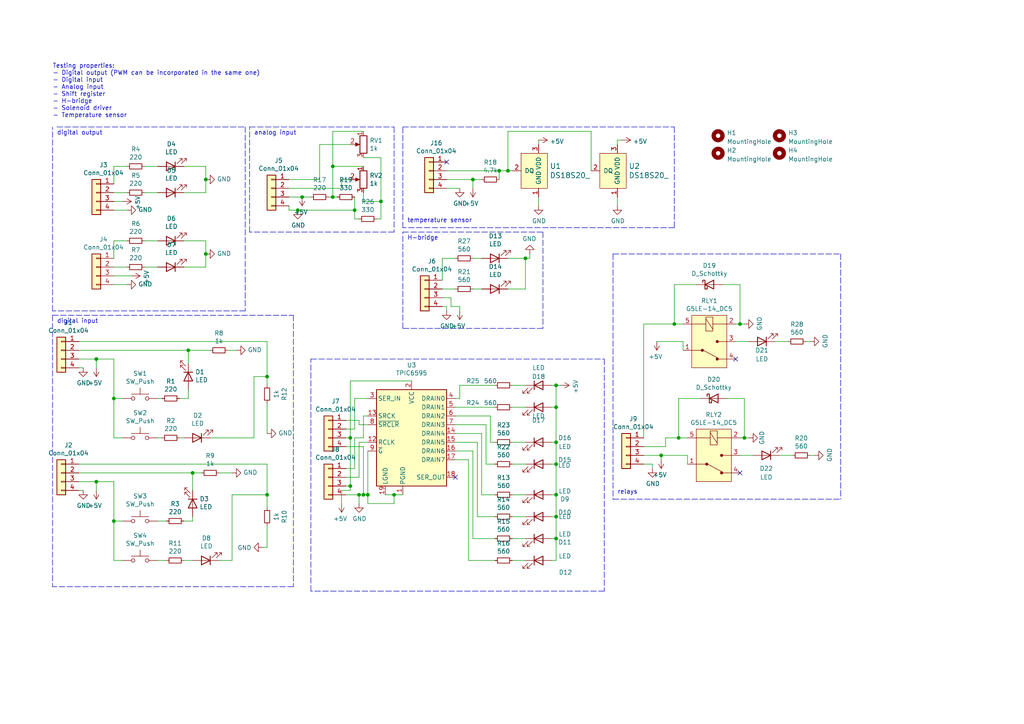
<source format=kicad_sch>
(kicad_sch (version 20211123) (generator eeschema)
  (paper "A4")
  (lib_symbols
    (symbol "Mechanical:MountingHole" (pin_names (offset 1.016))
      (property "Reference" "H" (at 0 5.08 0))
      (property "Value" "MountingHole" (at 0 3.175 0))
    )
    (symbol "testing_board-rescue:+5V-power" (power) (pin_names (offset 0))
      (property "Value" "+5V-power" (at 0 3.556 0))
      (symbol "+5V-power_1_1"
        (pin power_in line (at 0 0 90) (length 0) hide (name "+5V") (number "1"))
      )
    )
    (symbol "testing_board-rescue:Conn_01x04-Connector_Generic" (pin_names (offset 1.016) hide)
      (property "Reference" "J" (at 0 5.08 0))
      (property "Value" "Conn_01x04-Connector_Generic" (at 0 -7.62 0))
      (symbol "Conn_01x04-Connector_Generic_1_1"
        (pin passive line (at -5.08 2.54 0) (length 3.81) (name "Pin_1") (number "1"))
        (pin passive line (at -5.08 0 0) (length 3.81) (name "Pin_2") (number "2"))
        (pin passive line (at -5.08 -2.54 0) (length 3.81) (name "Pin_3") (number "3"))
        (pin passive line (at -5.08 -5.08 0) (length 3.81) (name "Pin_4") (number "4"))
      )
    )
    (symbol "testing_board-rescue:DS18S20_-dk_Temperature-Sensors-Analog-and-Digital-Output" (pin_names (offset 1.016))
      (property "Reference" "U" (at -5.08 6.35 0))
      (property "Value" "DS18S20_-dk_Temperature-Sensors-Analog-and-Digital-Output" (at 3.81 -7.62 90))
      (symbol "DS18S20_-dk_Temperature-Sensors-Analog-and-Digital-Output_1_1"
        (pin power_in line (at 0 -7.62 90) (length 2.54) (name "GND") (number "1"))
        (pin bidirectional line (at -7.62 0 0) (length 2.54) (name "DQ") (number "2"))
        (pin power_in line (at 0 7.62 270) (length 2.54) (name "VDD") (number "3"))
      )
    )
    (symbol "testing_board-rescue:D_Schottky-Device" (pin_numbers hide) (pin_names (offset 1.016) hide)
      (property "Reference" "D" (at 0 2.54 0))
      (property "Value" "D_Schottky-Device" (at 0 -2.54 0))
      (symbol "D_Schottky-Device_1_1"
        (pin passive line (at -3.81 0 0) (length 2.54) (name "K") (number "1"))
        (pin passive line (at 3.81 0 180) (length 2.54) (name "A") (number "2"))
      )
    )
    (symbol "testing_board-rescue:G5LE-14_DC5-dk_Power-Relays-Over-2-Amps" (pin_names (offset 0) hide)
      (property "Reference" "RLY" (at -8.636 6.858 0))
      (property "Value" "G5LE-14_DC5-dk_Power-Relays-Over-2-Amps" (at -8.89 5.08 90))
      (symbol "G5LE-14_DC5-dk_Power-Relays-Over-2-Amps_1_1"
        (pin passive line (at 2.54 -7.62 90) (length 2.54) (name "COM") (number "1"))
        (pin passive line (at -5.08 7.62 270) (length 2.54) (name "COIL") (number "2"))
        (pin passive line (at 0 7.62 270) (length 2.54) (name "NO") (number "3"))
        (pin passive line (at 5.08 7.62 270) (length 2.54) (name "NC") (number "4"))
        (pin passive line (at -5.08 -7.62 90) (length 2.54) (name "COIL") (number "5"))
      )
    )
    (symbol "testing_board-rescue:GND-power" (power) (pin_names (offset 0))
      (property "Value" "GND-power" (at 0 -3.81 0))
      (symbol "GND-power_1_1"
        (pin power_in line (at 0 0 270) (length 0) hide (name "GND") (number "1"))
      )
    )
    (symbol "testing_board-rescue:LED-Device" (pin_numbers hide) (pin_names (offset 1.016) hide)
      (property "Reference" "D" (at 0 2.54 0))
      (property "Value" "LED-Device" (at 0 -2.54 0))
      (symbol "LED-Device_1_1"
        (pin passive line (at -3.81 0 0) (length 2.54) (name "K") (number "1"))
        (pin passive line (at 3.81 0 180) (length 2.54) (name "A") (number "2"))
      )
    )
    (symbol "testing_board-rescue:R_POT-Device" (pin_names (offset 1.016) hide)
      (property "Reference" "RV" (at -4.445 0 90))
      (property "Value" "R_POT-Device" (at -2.54 0 90))
      (symbol "R_POT-Device_1_1"
        (pin passive line (at 0 3.81 270) (length 1.27) (name "1") (number "1"))
        (pin passive line (at 3.81 0 180) (length 1.27) (name "2") (number "2"))
        (pin passive line (at 0 -3.81 90) (length 1.27) (name "3") (number "3"))
      )
    )
    (symbol "testing_board-rescue:R_Small-Device" (pin_numbers hide) (pin_names (offset 0.254) hide)
      (property "Reference" "R" (at 0.762 0.508 0))
      (property "Value" "R_Small-Device" (at 0.762 -1.016 0))
      (symbol "R_Small-Device_1_1"
        (pin passive line (at 0 2.54 270) (length 0.762) (name "~") (number "1"))
        (pin passive line (at 0 -2.54 90) (length 0.762) (name "~") (number "2"))
      )
    )
    (symbol "testing_board-rescue:SW_Push-Switch" (pin_numbers hide) (pin_names (offset 1.016) hide)
      (property "Reference" "SW" (at 1.27 2.54 0))
      (property "Value" "SW_Push-Switch" (at 0 -1.524 0))
      (symbol "SW_Push-Switch_0_1"
        (pin passive line (at -5.08 0 0) (length 2.54) (name "1") (number "1"))
        (pin passive line (at 5.08 0 180) (length 2.54) (name "2") (number "2"))
      )
    )
    (symbol "testing_board-rescue:TPIC6595-Interface_Expansion" (pin_names (offset 0.381))
      (property "Reference" "U" (at -8.89 13.97 0))
      (property "Value" "TPIC6595-Interface_Expansion" (at 6.35 13.97 0))
      (symbol "TPIC6595-Interface_Expansion_1_1"
        (pin power_in line (at -2.54 -17.78 90) (length 2.54) (name "PGND") (number "1"))
        (pin passive line (at -2.54 -17.78 90) (length 2.54) hide (name "PGND") (number "10"))
        (pin passive line (at -2.54 -17.78 90) (length 2.54) hide (name "PGND") (number "11"))
        (pin input line (at -12.7 -2.54 0) (length 2.54) (name "RCLK") (number "12"))
        (pin input line (at -12.7 5.08 0) (length 2.54) (name "SRCK") (number "13"))
        (pin open_collector line (at 12.7 0 180) (length 2.54) (name "DRAIN4") (number "14"))
        (pin open_collector line (at 12.7 -2.54 180) (length 2.54) (name "DRAIN5") (number "15"))
        (pin open_collector line (at 12.7 -5.08 180) (length 2.54) (name "DRAIN6") (number "16"))
        (pin open_collector line (at 12.7 -7.62 180) (length 2.54) (name "DRAIN7") (number "17"))
        (pin output line (at 12.7 -12.7 180) (length 2.54) (name "SER_OUT") (number "18"))
        (pin power_in line (at -7.62 -17.78 90) (length 2.54) (name "LGND") (number "19"))
        (pin power_in line (at 0 15.24 270) (length 2.54) (name "VCC") (number "2"))
        (pin passive line (at -2.54 -17.78 90) (length 2.54) hide (name "PGND") (number "20"))
        (pin input line (at -12.7 10.16 0) (length 2.54) (name "SER_IN") (number "3"))
        (pin open_collector line (at 12.7 10.16 180) (length 2.54) (name "DRAIN0") (number "4"))
        (pin open_collector line (at 12.7 7.62 180) (length 2.54) (name "DRAIN1") (number "5"))
        (pin open_collector line (at 12.7 5.08 180) (length 2.54) (name "DRAIN2") (number "6"))
        (pin open_collector line (at 12.7 2.54 180) (length 2.54) (name "DRAIN3") (number "7"))
        (pin input line (at -12.7 2.54 0) (length 2.54) (name "~{SRCLR}") (number "8"))
        (pin input line (at -12.7 -5.08 0) (length 2.54) (name "~{G}") (number "9"))
      )
    )
  )
  (junction (at 104.14 143.51))
  (junction (at 77.47 109.22))
  (junction (at 102.87 60.96))
  (junction (at 161.29 143.51))
  (junction (at 96.52 48.26))
  (junction (at 161.29 128.27))
  (junction (at 101.6 127))
  (junction (at 77.47 143.51))
  (junction (at 105.41 143.51))
  (junction (at 27.94 104.14))
  (junction (at 87.63 57.15))
  (junction (at 161.29 118.11))
  (junction (at 195.58 93.98))
  (junction (at 110.49 58.42))
  (junction (at 114.3 143.51))
  (junction (at 147.32 49.53))
  (junction (at 27.94 139.7))
  (junction (at 144.78 49.53))
  (junction (at 196.85 127))
  (junction (at 215.9 127))
  (junction (at 59.69 73.66))
  (junction (at 214.63 93.98))
  (junction (at 96.52 57.15))
  (junction (at 152.4 74.93))
  (junction (at 161.29 149.86))
  (junction (at 55.88 137.16))
  (junction (at 33.02 115.57))
  (junction (at 101.6 140.97))
  (junction (at 59.69 52.07))
  (junction (at 33.02 151.13))
  (junction (at 86.36 60.96))
  (junction (at 137.16 52.07))
  (junction (at 161.29 134.62))
  (junction (at 161.29 156.21))
  (junction (at 161.29 111.76))
  (junction (at 54.61 101.6))
  (junction (at 106.68 143.51))
  (junction (at 191.77 132.08))
  (no_connect (at 213.36 104.14))
  (no_connect (at 129.54 46.99))
  (no_connect (at 214.63 137.16))
  (no_connect (at 132.08 138.43))
  (wire (pts (xy 52.07 127) (xy 53.34 127)))
  (wire (pts (xy 180.34 40.64) (xy 179.07 40.64)))
  (wire (pts (xy 77.47 134.62) (xy 22.86 134.62)))
  (wire (pts (xy 195.58 93.98) (xy 198.12 93.98)))
  (wire (pts (xy 106.68 146.05) (xy 114.3 146.05)))
  (wire (pts (xy 46.99 127) (xy 45.72 127)))
  (wire (pts (xy 100.33 121.92) (xy 104.14 121.92)))
  (wire (pts (xy 148.59 149.86) (xy 152.4 149.86)))
  (wire (pts (xy 132.08 118.11) (xy 143.51 118.11)))
  (wire (pts (xy 33.02 58.42) (xy 35.56 58.42)))
  (wire (pts (xy 99.06 52.07) (xy 99.06 54.61)))
  (polyline (pts (xy 15.24 91.44) (xy 15.24 170.18)))
  (wire (pts (xy 142.24 128.27) (xy 143.51 128.27)))
  (wire (pts (xy 83.82 57.15) (xy 87.63 57.15)))
  (polyline (pts (xy 72.39 36.83) (xy 114.3 36.83)))
  (wire (pts (xy 148.59 118.11) (xy 152.4 118.11)))
  (wire (pts (xy 67.31 143.51) (xy 77.47 143.51)))
  (wire (pts (xy 33.02 80.01) (xy 38.1 80.01)))
  (wire (pts (xy 33.02 162.56) (xy 35.56 162.56)))
  (wire (pts (xy 147.32 38.1) (xy 171.45 38.1)))
  (polyline (pts (xy 177.8 144.78) (xy 243.84 144.78)))
  (wire (pts (xy 215.9 93.98) (xy 214.63 93.98)))
  (wire (pts (xy 22.86 142.24) (xy 24.13 142.24)))
  (wire (pts (xy 196.85 127) (xy 199.39 127)))
  (wire (pts (xy 161.29 143.51) (xy 161.29 149.86)))
  (wire (pts (xy 129.54 88.9) (xy 128.27 88.9)))
  (wire (pts (xy 160.02 156.21) (xy 161.29 156.21)))
  (wire (pts (xy 196.85 115.57) (xy 203.2 115.57)))
  (wire (pts (xy 196.85 115.57) (xy 196.85 127)))
  (wire (pts (xy 137.16 52.07) (xy 129.54 52.07)))
  (wire (pts (xy 215.9 127) (xy 214.63 127)))
  (wire (pts (xy 106.68 130.81) (xy 106.68 143.51)))
  (wire (pts (xy 132.08 130.81) (xy 137.16 130.81)))
  (wire (pts (xy 148.59 156.21) (xy 152.4 156.21)))
  (wire (pts (xy 101.6 127) (xy 101.6 140.97)))
  (wire (pts (xy 102.87 135.89) (xy 102.87 127)))
  (wire (pts (xy 186.69 129.54) (xy 193.04 129.54)))
  (wire (pts (xy 128.27 74.93) (xy 132.08 74.93)))
  (wire (pts (xy 63.5 137.16) (xy 67.31 137.16)))
  (wire (pts (xy 217.17 99.06) (xy 213.36 99.06)))
  (wire (pts (xy 189.23 134.62) (xy 189.23 135.89)))
  (wire (pts (xy 102.87 124.46) (xy 102.87 115.57)))
  (wire (pts (xy 186.69 93.98) (xy 195.58 93.98)))
  (wire (pts (xy 53.34 77.47) (xy 59.69 77.47)))
  (wire (pts (xy 147.32 49.53) (xy 148.59 49.53)))
  (polyline (pts (xy 177.8 73.66) (xy 243.84 73.66)))
  (wire (pts (xy 139.7 143.51) (xy 143.51 143.51)))
  (wire (pts (xy 156.21 57.15) (xy 156.21 59.69)))
  (polyline (pts (xy 85.09 91.44) (xy 85.09 170.18)))
  (wire (pts (xy 33.02 82.55) (xy 36.83 82.55)))
  (wire (pts (xy 59.69 77.47) (xy 59.69 73.66)))
  (wire (pts (xy 99.06 146.05) (xy 99.06 142.24)))
  (wire (pts (xy 104.14 123.19) (xy 106.68 123.19)))
  (wire (pts (xy 100.33 143.51) (xy 104.14 143.51)))
  (wire (pts (xy 161.29 111.76) (xy 162.56 111.76)))
  (wire (pts (xy 87.63 57.15) (xy 90.17 57.15)))
  (wire (pts (xy 102.87 115.57) (xy 106.68 115.57)))
  (wire (pts (xy 161.29 162.56) (xy 160.02 162.56)))
  (wire (pts (xy 77.47 99.06) (xy 22.86 99.06)))
  (wire (pts (xy 106.68 143.51) (xy 106.68 146.05)))
  (wire (pts (xy 22.86 101.6) (xy 54.61 101.6)))
  (wire (pts (xy 156.21 40.64) (xy 156.21 41.91)))
  (wire (pts (xy 33.02 60.96) (xy 36.83 60.96)))
  (wire (pts (xy 33.02 127) (xy 35.56 127)))
  (polyline (pts (xy 90.17 171.45) (xy 90.17 104.14)))
  (wire (pts (xy 33.02 53.34) (xy 33.02 48.26)))
  (wire (pts (xy 186.69 127) (xy 186.69 93.98)))
  (wire (pts (xy 53.34 69.85) (xy 59.69 69.85)))
  (wire (pts (xy 66.04 101.6) (xy 68.58 101.6)))
  (wire (pts (xy 129.54 49.53) (xy 144.78 49.53)))
  (wire (pts (xy 142.24 120.65) (xy 142.24 128.27)))
  (wire (pts (xy 59.69 69.85) (xy 59.69 73.66)))
  (wire (pts (xy 41.91 55.88) (xy 45.72 55.88)))
  (wire (pts (xy 214.63 93.98) (xy 213.36 93.98)))
  (wire (pts (xy 105.41 120.65) (xy 106.68 120.65)))
  (wire (pts (xy 95.25 57.15) (xy 96.52 57.15)))
  (wire (pts (xy 152.4 74.93) (xy 152.4 83.82)))
  (wire (pts (xy 138.43 149.86) (xy 138.43 128.27)))
  (wire (pts (xy 105.41 143.51) (xy 104.14 143.51)))
  (wire (pts (xy 218.44 132.08) (xy 214.63 132.08)))
  (wire (pts (xy 101.6 140.97) (xy 100.33 140.97)))
  (wire (pts (xy 137.16 83.82) (xy 139.7 83.82)))
  (wire (pts (xy 27.94 104.14) (xy 33.02 104.14)))
  (polyline (pts (xy 157.48 95.25) (xy 116.84 95.25)))
  (wire (pts (xy 41.91 69.85) (xy 45.72 69.85)))
  (wire (pts (xy 140.97 134.62) (xy 143.51 134.62)))
  (wire (pts (xy 144.78 49.53) (xy 147.32 49.53)))
  (wire (pts (xy 41.91 48.26) (xy 45.72 48.26)))
  (polyline (pts (xy 195.58 66.04) (xy 116.84 66.04)))
  (wire (pts (xy 135.89 162.56) (xy 135.89 133.35)))
  (wire (pts (xy 27.94 104.14) (xy 27.94 106.68)))
  (polyline (pts (xy 175.26 104.14) (xy 175.26 171.45)))
  (wire (pts (xy 73.66 109.22) (xy 73.66 127)))
  (wire (pts (xy 53.34 55.88) (xy 59.69 55.88)))
  (wire (pts (xy 130.81 88.9) (xy 133.35 88.9)))
  (wire (pts (xy 100.33 135.89) (xy 102.87 135.89)))
  (wire (pts (xy 27.94 139.7) (xy 33.02 139.7)))
  (wire (pts (xy 102.87 60.96) (xy 86.36 60.96)))
  (wire (pts (xy 67.31 162.56) (xy 67.31 143.51)))
  (wire (pts (xy 161.29 156.21) (xy 161.29 162.56)))
  (polyline (pts (xy 175.26 171.45) (xy 90.17 171.45)))
  (wire (pts (xy 22.86 104.14) (xy 27.94 104.14)))
  (wire (pts (xy 77.47 143.51) (xy 77.47 147.32)))
  (wire (pts (xy 114.3 146.05) (xy 114.3 143.51)))
  (wire (pts (xy 100.33 129.54) (xy 105.41 129.54)))
  (polyline (pts (xy 16.51 36.83) (xy 71.12 36.83)))
  (wire (pts (xy 160.02 111.76) (xy 161.29 111.76)))
  (polyline (pts (xy 195.58 36.83) (xy 195.58 66.04)))
  (wire (pts (xy 86.36 60.96) (xy 83.82 60.96)))
  (polyline (pts (xy 116.84 95.25) (xy 116.84 67.31)))
  (wire (pts (xy 33.02 48.26) (xy 36.83 48.26)))
  (wire (pts (xy 137.16 74.93) (xy 139.7 74.93)))
  (wire (pts (xy 236.22 132.08) (xy 234.95 132.08)))
  (wire (pts (xy 140.97 123.19) (xy 140.97 134.62)))
  (wire (pts (xy 133.35 88.9) (xy 133.35 90.17)))
  (polyline (pts (xy 71.12 90.17) (xy 15.24 90.17)))
  (wire (pts (xy 234.95 99.06) (xy 233.68 99.06)))
  (polyline (pts (xy 15.24 90.17) (xy 15.24 36.83)))
  (polyline (pts (xy 243.84 73.66) (xy 243.84 144.78)))
  (wire (pts (xy 228.6 99.06) (xy 224.79 99.06)))
  (wire (pts (xy 33.02 139.7) (xy 33.02 151.13)))
  (polyline (pts (xy 116.84 36.83) (xy 195.58 36.83)))
  (wire (pts (xy 198.12 99.06) (xy 198.12 101.6)))
  (wire (pts (xy 147.32 74.93) (xy 152.4 74.93)))
  (wire (pts (xy 45.72 115.57) (xy 46.99 115.57)))
  (wire (pts (xy 33.02 74.93) (xy 33.02 69.85)))
  (wire (pts (xy 22.86 137.16) (xy 55.88 137.16)))
  (wire (pts (xy 101.6 142.24) (xy 101.6 140.97)))
  (wire (pts (xy 101.6 127) (xy 101.6 110.49)))
  (wire (pts (xy 105.41 55.88) (xy 105.41 58.42)))
  (polyline (pts (xy 90.17 104.14) (xy 175.26 104.14)))
  (wire (pts (xy 45.72 151.13) (xy 48.26 151.13)))
  (wire (pts (xy 186.69 134.62) (xy 189.23 134.62)))
  (polyline (pts (xy 114.3 36.83) (xy 114.3 67.31)))
  (wire (pts (xy 214.63 82.55) (xy 214.63 93.98)))
  (wire (pts (xy 179.07 40.64) (xy 179.07 41.91)))
  (wire (pts (xy 22.86 139.7) (xy 27.94 139.7)))
  (wire (pts (xy 48.26 162.56) (xy 45.72 162.56)))
  (wire (pts (xy 96.52 57.15) (xy 97.79 57.15)))
  (wire (pts (xy 147.32 83.82) (xy 152.4 83.82)))
  (polyline (pts (xy 85.09 170.18) (xy 15.24 170.18)))
  (wire (pts (xy 171.45 38.1) (xy 171.45 49.53)))
  (wire (pts (xy 114.3 143.51) (xy 116.84 143.51)))
  (wire (pts (xy 104.14 128.27) (xy 106.68 128.27)))
  (wire (pts (xy 132.08 123.19) (xy 140.97 123.19)))
  (wire (pts (xy 143.51 149.86) (xy 138.43 149.86)))
  (wire (pts (xy 195.58 82.55) (xy 201.93 82.55)))
  (wire (pts (xy 100.33 124.46) (xy 102.87 124.46)))
  (wire (pts (xy 161.29 128.27) (xy 161.29 134.62)))
  (wire (pts (xy 77.47 134.62) (xy 77.47 143.51)))
  (wire (pts (xy 153.67 74.93) (xy 153.67 73.66)))
  (wire (pts (xy 83.82 54.61) (xy 99.06 54.61)))
  (wire (pts (xy 33.02 115.57) (xy 33.02 127)))
  (wire (pts (xy 193.04 129.54) (xy 193.04 127)))
  (wire (pts (xy 210.82 115.57) (xy 215.9 115.57)))
  (wire (pts (xy 55.88 149.86) (xy 55.88 151.13)))
  (wire (pts (xy 161.29 128.27) (xy 160.02 128.27)))
  (wire (pts (xy 138.43 128.27) (xy 132.08 128.27)))
  (wire (pts (xy 132.08 83.82) (xy 128.27 83.82)))
  (wire (pts (xy 133.35 111.76) (xy 143.51 111.76)))
  (wire (pts (xy 83.82 60.96) (xy 83.82 59.69)))
  (wire (pts (xy 104.14 143.51) (xy 104.14 146.05)))
  (wire (pts (xy 54.61 105.41) (xy 54.61 101.6)))
  (wire (pts (xy 105.41 127) (xy 105.41 120.65)))
  (wire (pts (xy 139.7 125.73) (xy 139.7 143.51)))
  (wire (pts (xy 128.27 86.36) (xy 130.81 86.36)))
  (wire (pts (xy 110.49 63.5) (xy 109.22 63.5)))
  (wire (pts (xy 104.14 138.43) (xy 104.14 128.27)))
  (wire (pts (xy 199.39 132.08) (xy 199.39 134.62)))
  (wire (pts (xy 186.69 132.08) (xy 191.77 132.08)))
  (wire (pts (xy 33.02 69.85) (xy 36.83 69.85)))
  (polyline (pts (xy 15.24 91.44) (xy 85.09 91.44)))
  (wire (pts (xy 209.55 82.55) (xy 214.63 82.55)))
  (wire (pts (xy 77.47 116.84) (xy 77.47 125.73)))
  (wire (pts (xy 22.86 106.68) (xy 24.13 106.68)))
  (polyline (pts (xy 157.48 67.31) (xy 157.48 95.25)))
  (polyline (pts (xy 177.8 73.66) (xy 177.8 144.78)))
  (wire (pts (xy 161.29 149.86) (xy 161.29 156.21)))
  (wire (pts (xy 132.08 120.65) (xy 142.24 120.65)))
  (wire (pts (xy 148.59 111.76) (xy 152.4 111.76)))
  (wire (pts (xy 148.59 162.56) (xy 152.4 162.56)))
  (wire (pts (xy 92.71 52.07) (xy 83.82 52.07)))
  (wire (pts (xy 67.31 162.56) (xy 63.5 162.56)))
  (wire (pts (xy 77.47 158.75) (xy 76.2 158.75)))
  (wire (pts (xy 101.6 110.49) (xy 119.38 110.49)))
  (wire (pts (xy 102.87 60.96) (xy 102.87 63.5)))
  (wire (pts (xy 41.91 77.47) (xy 45.72 77.47)))
  (wire (pts (xy 137.16 156.21) (xy 143.51 156.21)))
  (wire (pts (xy 55.88 162.56) (xy 53.34 162.56)))
  (wire (pts (xy 105.41 38.1) (xy 96.52 38.1)))
  (wire (pts (xy 215.9 115.57) (xy 215.9 127)))
  (polyline (pts (xy 114.3 67.31) (xy 72.39 67.31)))
  (wire (pts (xy 137.16 130.81) (xy 137.16 156.21)))
  (wire (pts (xy 60.96 127) (xy 73.66 127)))
  (wire (pts (xy 53.34 48.26) (xy 59.69 48.26)))
  (wire (pts (xy 54.61 101.6) (xy 60.96 101.6)))
  (wire (pts (xy 55.88 137.16) (xy 58.42 137.16)))
  (wire (pts (xy 100.33 138.43) (xy 104.14 138.43)))
  (wire (pts (xy 132.08 115.57) (xy 133.35 115.57)))
  (wire (pts (xy 161.29 111.76) (xy 161.29 118.11)))
  (wire (pts (xy 105.41 129.54) (xy 105.41 143.51)))
  (wire (pts (xy 137.16 54.61) (xy 137.16 52.07)))
  (wire (pts (xy 160.02 149.86) (xy 161.29 149.86)))
  (polyline (pts (xy 116.84 66.04) (xy 116.84 36.83)))
  (wire (pts (xy 101.6 52.07) (xy 99.06 52.07)))
  (wire (pts (xy 135.89 133.35) (xy 132.08 133.35)))
  (wire (pts (xy 161.29 118.11) (xy 161.29 128.27)))
  (wire (pts (xy 27.94 139.7) (xy 27.94 142.24)))
  (wire (pts (xy 77.47 152.4) (xy 77.47 158.75)))
  (wire (pts (xy 161.29 134.62) (xy 161.29 143.51)))
  (wire (pts (xy 133.35 115.57) (xy 133.35 111.76)))
  (wire (pts (xy 73.66 109.22) (xy 77.47 109.22)))
  (wire (pts (xy 148.59 128.27) (xy 152.4 128.27)))
  (wire (pts (xy 33.02 151.13) (xy 33.02 162.56)))
  (wire (pts (xy 53.34 151.13) (xy 55.88 151.13)))
  (wire (pts (xy 96.52 48.26) (xy 96.52 57.15)))
  (wire (pts (xy 190.5 99.06) (xy 198.12 99.06)))
  (wire (pts (xy 229.87 132.08) (xy 226.06 132.08)))
  (polyline (pts (xy 72.39 67.31) (xy 72.39 36.83)))
  (wire (pts (xy 77.47 99.06) (xy 77.47 109.22)))
  (wire (pts (xy 102.87 63.5) (xy 104.14 63.5)))
  (wire (pts (xy 111.76 143.51) (xy 114.3 143.51)))
  (wire (pts (xy 152.4 74.93) (xy 153.67 74.93)))
  (wire (pts (xy 195.58 82.55) (xy 195.58 93.98)))
  (wire (pts (xy 129.54 88.9) (xy 129.54 90.17)))
  (wire (pts (xy 105.41 58.42) (xy 110.49 58.42)))
  (wire (pts (xy 143.51 162.56) (xy 135.89 162.56)))
  (polyline (pts (xy 71.12 36.83) (xy 71.12 90.17)))
  (wire (pts (xy 77.47 109.22) (xy 77.47 111.76)))
  (wire (pts (xy 160.02 134.62) (xy 161.29 134.62)))
  (wire (pts (xy 33.02 104.14) (xy 33.02 115.57)))
  (wire (pts (xy 144.78 49.53) (xy 144.78 52.07)))
  (wire (pts (xy 106.68 143.51) (xy 105.41 143.51)))
  (wire (pts (xy 217.17 127) (xy 215.9 127)))
  (wire (pts (xy 104.14 121.92) (xy 104.14 123.19)))
  (wire (pts (xy 147.32 49.53) (xy 147.32 38.1)))
  (wire (pts (xy 110.49 45.72) (xy 110.49 58.42)))
  (wire (pts (xy 33.02 151.13) (xy 35.56 151.13)))
  (wire (pts (xy 55.88 137.16) (xy 55.88 142.24)))
  (wire (pts (xy 54.61 113.03) (xy 54.61 115.57)))
  (wire (pts (xy 130.81 86.36) (xy 130.81 88.9)))
  (wire (pts (xy 128.27 81.28) (xy 128.27 74.93)))
  (wire (pts (xy 102.87 57.15) (xy 102.87 60.96)))
  (wire (pts (xy 191.77 132.08) (xy 191.77 133.35)))
  (wire (pts (xy 102.87 127) (xy 105.41 127)))
  (wire (pts (xy 52.07 115.57) (xy 54.61 115.57)))
  (wire (pts (xy 99.06 142.24) (xy 101.6 142.24)))
  (wire (pts (xy 101.6 41.91) (xy 92.71 41.91)))
  (wire (pts (xy 160.02 143.51) (xy 161.29 143.51)))
  (wire (pts (xy 33.02 77.47) (xy 36.83 77.47)))
  (wire (pts (xy 179.07 57.15) (xy 179.07 59.69)))
  (wire (pts (xy 148.59 143.51) (xy 152.4 143.51)))
  (wire (pts (xy 96.52 48.26) (xy 105.41 48.26)))
  (wire (pts (xy 193.04 127) (xy 196.85 127)))
  (wire (pts (xy 137.16 52.07) (xy 139.7 52.07)))
  (wire (pts (xy 191.77 132.08) (xy 199.39 132.08)))
  (wire (pts (xy 96.52 38.1) (xy 96.52 48.26)))
  (wire (pts (xy 100.33 127) (xy 101.6 127)))
  (wire (pts (xy 110.49 58.42) (xy 110.49 63.5)))
  (wire (pts (xy 92.71 41.91) (xy 92.71 52.07)))
  (wire (pts (xy 33.02 55.88) (xy 36.83 55.88)))
  (wire (pts (xy 132.08 125.73) (xy 139.7 125.73)))
  (wire (pts (xy 59.69 55.88) (xy 59.69 52.07)))
  (polyline (pts (xy 116.84 67.31) (xy 157.48 67.31)))
  (wire (pts (xy 161.29 118.11) (xy 160.02 118.11)))
  (wire (pts (xy 59.69 48.26) (xy 59.69 52.07)))
  (wire (pts (xy 148.59 134.62) (xy 152.4 134.62)))
  (wire (pts (xy 133.35 54.61) (xy 129.54 54.61)))
  (wire (pts (xy 33.02 115.57) (xy 35.56 115.57)))
  (wire (pts (xy 105.41 45.72) (xy 110.49 45.72)))
  (text "digital output" (at 16.51 39.37 0) (effects (font (size 1.27 1.27)) (justify left bottom)))
  (text "analog input" (at 73.66 39.37 0) (effects (font (size 1.27 1.27)) (justify left bottom)))
  (text "Testing properties:\n- Digital output (PWM can be incorporated in the same one)\n- Digital input\n- Analog input\n- Shift register\n- H-bridge\n- Solenoid driver\n- Temperature sensor\n" (at 15.24 34.29 0) (effects (font (size 1.27 1.27)) (justify left bottom)))
  (text "H-bridge" (at 118.11 69.85 0) (effects (font (size 1.27 1.27)) (justify left bottom)))
  (text "relays" (at 179.07 143.51 0) (effects (font (size 1.27 1.27)) (justify left bottom)))
  (text "digital input\n" (at 16.51 93.98 0) (effects (font (size 1.27 1.27)) (justify left bottom)))
  (text "temperature sensor" (at 118.11 64.77 0) (effects (font (size 1.27 1.27)) (justify left bottom)))
  (symbol (lib_id "testing_board-rescue:GND-power") (at 36.83 60.96 90) (unit 1)
    (property "Reference" "#PWR06" (effects hide))
    (property "Value" "GND" (at 40.0812 60.833 90) (effects (justify right)))
  )
  (symbol (lib_id "testing_board-rescue:R_Small-Device") (at 39.37 55.88 270) (unit 1)
    (property "Reference" "R5" (at 39.37 50.9016 90))
    (property "Value" "220" (at 39.37 53.213 90))
    (property "Footprint" "Resistor_THT:R_Axial_DIN0204_L3.6mm_D1.6mm_P2.54mm_Vertical" (effects hide))
  )
  (symbol (lib_id "testing_board-rescue:R_Small-Device") (at 39.37 48.26 270) (unit 1)
    (property "Reference" "R4" (at 39.37 43.2816 90))
    (property "Value" "220" (at 39.37 45.593 90))
    (property "Footprint" "Resistor_THT:R_Axial_DIN0204_L3.6mm_D1.6mm_P2.54mm_Vertical" (effects hide))
  )
  (symbol (lib_id "testing_board-rescue:LED-Device") (at 49.53 55.88 180) (unit 1)
    (property "Reference" "D5" (at 49.7078 49.403 0))
    (property "Value" "LED" (at 49.7078 51.7144 0))
    (property "Footprint" "LED_THT:LED_D3.0mm" (effects hide))
  )
  (symbol (lib_id "testing_board-rescue:LED-Device") (at 49.53 48.26 180) (unit 1)
    (property "Reference" "D4" (at 49.7078 41.783 0))
    (property "Value" "LED" (at 49.7078 44.0944 0))
    (property "Footprint" "LED_THT:LED_D3.0mm" (effects hide))
  )
  (symbol (lib_id "testing_board-rescue:GND-power") (at 59.69 52.07 90) (unit 1)
    (property "Reference" "#PWR012" (effects hide))
    (property "Value" "GND" (at 62.9412 51.943 90) (effects (justify right)))
  )
  (symbol (lib_id "testing_board-rescue:GND-power") (at 36.83 82.55 90) (unit 1)
    (property "Reference" "#PWR08" (effects hide))
    (property "Value" "GND" (at 40.0812 82.423 90) (effects (justify right)))
  )
  (symbol (lib_id "testing_board-rescue:R_Small-Device") (at 39.37 77.47 270) (unit 1)
    (property "Reference" "R7" (at 39.37 72.4916 90))
    (property "Value" "220" (at 39.37 74.803 90))
    (property "Footprint" "Resistor_THT:R_Axial_DIN0204_L3.6mm_D1.6mm_P2.54mm_Vertical" (effects hide))
  )
  (symbol (lib_id "testing_board-rescue:R_Small-Device") (at 39.37 69.85 270) (unit 1)
    (property "Reference" "R6" (at 39.37 64.8716 90))
    (property "Value" "220" (at 39.37 67.183 90))
    (property "Footprint" "Resistor_THT:R_Axial_DIN0204_L3.6mm_D1.6mm_P2.54mm_Vertical" (effects hide))
  )
  (symbol (lib_id "testing_board-rescue:LED-Device") (at 49.53 77.47 180) (unit 1)
    (property "Reference" "D7" (at 49.7078 70.993 0))
    (property "Value" "LED" (at 49.7078 73.3044 0))
    (property "Footprint" "LED_THT:LED_D3.0mm" (effects hide))
  )
  (symbol (lib_id "testing_board-rescue:LED-Device") (at 49.53 69.85 180) (unit 1)
    (property "Reference" "D6" (at 49.7078 63.373 0))
    (property "Value" "LED" (at 49.7078 65.6844 0))
    (property "Footprint" "LED_THT:LED_D3.0mm" (effects hide))
  )
  (symbol (lib_id "testing_board-rescue:GND-power") (at 59.69 73.66 90) (unit 1)
    (property "Reference" "#PWR013" (effects hide))
    (property "Value" "GND" (at 62.9412 73.533 90) (effects (justify right)))
  )
  (symbol (lib_id "testing_board-rescue:+5V-power") (at 27.94 106.68 180) (unit 1)
    (property "Reference" "#PWR03" (effects hide))
    (property "Value" "+5V" (at 27.559 111.0742 0))
  )
  (symbol (lib_id "testing_board-rescue:GND-power") (at 24.13 106.68 0) (unit 1)
    (property "Reference" "#PWR01" (effects hide))
    (property "Value" "GND" (at 24.257 111.0742 0))
  )
  (symbol (lib_id "testing_board-rescue:R_Small-Device") (at 77.47 114.3 180) (unit 1)
    (property "Reference" "R12" (at 82.4484 114.3 90))
    (property "Value" "1k" (at 80.137 114.3 90))
    (property "Footprint" "Resistor_THT:R_Axial_DIN0204_L3.6mm_D1.6mm_P2.54mm_Vertical" (effects hide))
  )
  (symbol (lib_id "testing_board-rescue:LED-Device") (at 54.61 109.22 270) (unit 1)
    (property "Reference" "D1" (at 56.642 107.8738 90) (effects (justify left)))
    (property "Value" "LED" (at 56.642 110.1852 90) (effects (justify left)))
    (property "Footprint" "LED_THT:LED_D3.0mm" (effects hide))
  )
  (symbol (lib_id "testing_board-rescue:LED-Device") (at 57.15 127 180) (unit 1)
    (property "Reference" "D2" (at 57.3278 120.523 0))
    (property "Value" "LED" (at 57.3278 122.8344 0))
    (property "Footprint" "LED_THT:LED_D3.0mm" (effects hide))
  )
  (symbol (lib_id "testing_board-rescue:SW_Push-Switch") (at 40.64 127 0) (unit 1)
    (property "Reference" "SW2" (at 40.64 119.761 0))
    (property "Value" "SW_Push" (at 40.64 122.0724 0))
    (property "Footprint" "Button_Switch_THT:SW_PUSH_6mm" (effects hide))
  )
  (symbol (lib_id "testing_board-rescue:SW_Push-Switch") (at 40.64 115.57 0) (unit 1)
    (property "Reference" "SW1" (at 40.64 108.331 0))
    (property "Value" "SW_Push" (at 40.64 110.6424 0))
    (property "Footprint" "Button_Switch_THT:SW_PUSH_6mm" (effects hide))
  )
  (symbol (lib_id "testing_board-rescue:R_Small-Device") (at 63.5 101.6 270) (unit 1)
    (property "Reference" "R8" (at 63.5 96.6216 90))
    (property "Value" "1k" (at 63.5 98.933 90))
    (property "Footprint" "Resistor_THT:R_Axial_DIN0204_L3.6mm_D1.6mm_P2.54mm_Vertical" (effects hide))
  )
  (symbol (lib_id "testing_board-rescue:GND-power") (at 68.58 101.6 90) (unit 1)
    (property "Reference" "#PWR09" (effects hide))
    (property "Value" "GND" (at 71.8312 101.473 90) (effects (justify right)))
  )
  (symbol (lib_id "testing_board-rescue:R_Small-Device") (at 49.53 115.57 90) (unit 1)
    (property "Reference" "R1" (at 49.53 110.5916 90))
    (property "Value" "220" (at 49.53 112.903 90))
    (property "Footprint" "Resistor_THT:R_Axial_DIN0204_L3.6mm_D1.6mm_P2.54mm_Vertical" (effects hide))
  )
  (symbol (lib_id "testing_board-rescue:R_Small-Device") (at 49.53 127 270) (unit 1)
    (property "Reference" "R2" (at 49.53 122.0216 90))
    (property "Value" "220" (at 49.53 124.333 90))
    (property "Footprint" "Resistor_THT:R_Axial_DIN0204_L3.6mm_D1.6mm_P2.54mm_Vertical" (effects hide))
  )
  (symbol (lib_id "testing_board-rescue:GND-power") (at 77.47 125.73 90) (unit 1)
    (property "Reference" "#PWR014" (effects hide))
    (property "Value" "GND" (at 80.7212 125.603 90) (effects (justify right)))
  )
  (symbol (lib_id "testing_board-rescue:+5V-power") (at 27.94 142.24 180) (unit 1)
    (property "Reference" "#PWR04" (effects hide))
    (property "Value" "+5V" (at 27.559 146.6342 0))
  )
  (symbol (lib_id "testing_board-rescue:GND-power") (at 24.13 142.24 0) (unit 1)
    (property "Reference" "#PWR02" (effects hide))
    (property "Value" "GND" (at 24.257 146.6342 0))
  )
  (symbol (lib_id "testing_board-rescue:R_Small-Device") (at 50.8 162.56 270) (unit 1)
    (property "Reference" "R11" (at 50.8 157.5816 90))
    (property "Value" "220" (at 50.8 159.893 90))
    (property "Footprint" "Resistor_THT:R_Axial_DIN0204_L3.6mm_D1.6mm_P2.54mm_Vertical" (effects hide))
  )
  (symbol (lib_id "testing_board-rescue:LED-Device") (at 55.88 146.05 270) (unit 1)
    (property "Reference" "D3" (at 57.912 144.7038 90) (effects (justify left)))
    (property "Value" "LED" (at 57.912 147.0152 90) (effects (justify left)))
    (property "Footprint" "LED_THT:LED_D3.0mm" (effects hide))
  )
  (symbol (lib_id "testing_board-rescue:LED-Device") (at 59.69 162.56 180) (unit 1)
    (property "Reference" "D8" (at 59.8678 156.083 0))
    (property "Value" "LED" (at 59.8678 158.3944 0))
    (property "Footprint" "LED_THT:LED_D3.0mm" (effects hide))
  )
  (symbol (lib_id "testing_board-rescue:SW_Push-Switch") (at 40.64 162.56 0) (unit 1)
    (property "Reference" "SW4" (at 40.64 155.321 0))
    (property "Value" "SW_Push" (at 40.64 157.6324 0))
    (property "Footprint" "Button_Switch_THT:SW_PUSH_6mm" (effects hide))
  )
  (symbol (lib_id "testing_board-rescue:SW_Push-Switch") (at 40.64 151.13 0) (unit 1)
    (property "Reference" "SW3" (at 40.64 143.891 0))
    (property "Value" "SW_Push" (at 40.64 146.2024 0))
    (property "Footprint" "Button_Switch_THT:SW_PUSH_6mm" (effects hide))
  )
  (symbol (lib_id "testing_board-rescue:GND-power") (at 67.31 137.16 90) (unit 1)
    (property "Reference" "#PWR010" (effects hide))
    (property "Value" "GND" (at 70.5612 137.033 90) (effects (justify right)))
  )
  (symbol (lib_id "testing_board-rescue:R_Small-Device") (at 50.8 151.13 90) (unit 1)
    (property "Reference" "R3" (at 50.8 146.1516 90))
    (property "Value" "220" (at 50.8 148.463 90))
    (property "Footprint" "Resistor_THT:R_Axial_DIN0204_L3.6mm_D1.6mm_P2.54mm_Vertical" (effects hide))
  )
  (symbol (lib_id "testing_board-rescue:R_Small-Device") (at 60.96 137.16 270) (unit 1)
    (property "Reference" "R9" (at 60.96 132.1816 90))
    (property "Value" "1k" (at 60.96 134.493 90))
    (property "Footprint" "Resistor_THT:R_Axial_DIN0204_L3.6mm_D1.6mm_P2.54mm_Vertical" (effects hide))
  )
  (symbol (lib_id "testing_board-rescue:R_Small-Device") (at 77.47 149.86 180) (unit 1)
    (property "Reference" "R10" (at 82.4484 149.86 90))
    (property "Value" "1k" (at 80.137 149.86 90))
    (property "Footprint" "Resistor_THT:R_Axial_DIN0204_L3.6mm_D1.6mm_P2.54mm_Vertical" (effects hide))
  )
  (symbol (lib_id "testing_board-rescue:GND-power") (at 76.2 158.75 270) (unit 1)
    (property "Reference" "#PWR011" (effects hide))
    (property "Value" "GND" (at 72.9488 158.877 90) (effects (justify right)))
  )
  (symbol (lib_id "testing_board-rescue:R_Small-Device") (at 232.41 132.08 90) (unit 1)
    (property "Reference" "R20" (at 232.41 127.1016 90))
    (property "Value" "560" (at 232.41 129.413 90))
    (property "Footprint" "Resistor_THT:R_Axial_DIN0204_L3.6mm_D1.6mm_P2.54mm_Vertical" (effects hide))
  )
  (symbol (lib_id "testing_board-rescue:LED-Device") (at 143.51 74.93 180) (unit 1)
    (property "Reference" "D13" (at 143.6878 68.453 0))
    (property "Value" "LED" (at 143.6878 70.7644 0))
    (property "Footprint" "LED_THT:LED_D3.0mm" (effects hide))
  )
  (symbol (lib_id "testing_board-rescue:LED-Device") (at 143.51 83.82 180) (unit 1)
    (property "Reference" "D14" (at 143.6878 77.343 0))
    (property "Value" "LED" (at 143.6878 79.6544 0))
    (property "Footprint" "LED_THT:LED_D3.0mm" (effects hide))
  )
  (symbol (lib_id "testing_board-rescue:R_Small-Device") (at 134.62 83.82 90) (unit 1)
    (property "Reference" "R21" (at 134.62 78.8416 90))
    (property "Value" "560" (at 134.62 81.153 90))
    (property "Footprint" "Resistor_THT:R_Axial_DIN0204_L3.6mm_D1.6mm_P2.54mm_Vertical" (effects hide))
  )
  (symbol (lib_id "testing_board-rescue:DS18S20_-dk_Temperature-Sensors-Analog-and-Digital-Output") (at 156.21 49.53 0) (unit 1)
    (property "Reference" "U1" (at 159.4612 48.1838 0) (effects (font (size 1.524 1.524)) (justify left)))
    (property "Value" "DS18S20_" (at 159.4612 50.8762 0) (effects (font (size 1.524 1.524)) (justify left)))
    (property "Footprint" "digikey-footprints:TO-92-3" (effects hide))
    (property "Datasheet" "https://datasheets.maximintegrated.com/en/ds/DS18S20.pdf" (effects hide))
    (property "Digi-Key_PN" "DS18S20+-ND" (effects hide))
    (property "MPN" "DS18S20+" (effects hide))
    (property "Category" "Sensors, Transducers" (effects hide))
    (property "Family" "Temperature Sensors - Analog and Digital Output" (effects hide))
    (property "DK_Datasheet_Link" "https://datasheets.maximintegrated.com/en/ds/DS18S20.pdf" (effects hide))
    (property "DK_Detail_Page" "/product-detail/en/maxim-integrated/DS18S20-/DS18S20--ND/1017697" (effects hide))
    (property "Description" "SENSOR DIGITAL -55C-125C TO92-3" (effects hide))
    (property "Manufacturer" "Maxim Integrated" (effects hide))
    (property "Status" "Active" (effects hide))
  )
  (symbol (lib_id "testing_board-rescue:GND-power") (at 133.35 54.61 0) (unit 1)
    (property "Reference" "#PWR017" (effects hide))
    (property "Value" "GND" (at 133.477 59.0042 0))
  )
  (symbol (lib_id "testing_board-rescue:+5V-power") (at 137.16 54.61 180) (unit 1)
    (property "Reference" "#PWR018" (effects hide))
    (property "Value" "+5V" (at 136.779 59.0042 0))
  )
  (symbol (lib_id "testing_board-rescue:R_Small-Device") (at 142.24 52.07 90) (unit 1)
    (property "Reference" "R18" (at 142.24 47.0916 90))
    (property "Value" "4.7k" (at 142.24 49.403 90))
    (property "Footprint" "Resistor_THT:R_Axial_DIN0204_L3.6mm_D1.6mm_P2.54mm_Vertical" (effects hide))
  )
  (symbol (lib_id "testing_board-rescue:+5V-power") (at 156.21 40.64 270) (unit 1)
    (property "Reference" "#PWR019" (effects hide))
    (property "Value" "+5V" (at 159.4612 41.021 90) (effects (justify left)))
  )
  (symbol (lib_id "testing_board-rescue:GND-power") (at 156.21 59.69 0) (unit 1)
    (property "Reference" "#PWR020" (effects hide))
    (property "Value" "GND" (at 156.337 64.0842 0))
  )
  (symbol (lib_id "testing_board-rescue:R_Small-Device") (at 146.05 143.51 270) (unit 1)
    (property "Reference" "R13" (at 146.05 138.5316 90))
    (property "Value" "560" (at 146.05 140.843 90))
    (property "Footprint" "Resistor_THT:R_Axial_DIN0204_L3.6mm_D1.6mm_P2.54mm_Vertical" (effects hide))
  )
  (symbol (lib_id "testing_board-rescue:LED-Device") (at 156.21 143.51 0) (unit 1)
    (property "Reference" "D9" (at 163.83 144.78 0))
    (property "Value" "LED" (at 163.83 142.4686 0))
    (property "Footprint" "LED_THT:LED_D3.0mm" (effects hide))
  )
  (symbol (lib_id "testing_board-rescue:DS18S20_-dk_Temperature-Sensors-Analog-and-Digital-Output") (at 179.07 49.53 0) (unit 1)
    (property "Reference" "U2" (at 182.3212 48.1838 0) (effects (font (size 1.524 1.524)) (justify left)))
    (property "Value" "DS18S20_" (at 182.3212 50.8762 0) (effects (font (size 1.524 1.524)) (justify left)))
    (property "Footprint" "digikey-footprints:TO-92-3" (effects hide))
    (property "Datasheet" "https://datasheets.maximintegrated.com/en/ds/DS18S20.pdf" (effects hide))
    (property "Digi-Key_PN" "DS18S20+-ND" (effects hide))
    (property "MPN" "DS18S20+" (effects hide))
    (property "Category" "Sensors, Transducers" (effects hide))
    (property "Family" "Temperature Sensors - Analog and Digital Output" (effects hide))
    (property "DK_Datasheet_Link" "https://datasheets.maximintegrated.com/en/ds/DS18S20.pdf" (effects hide))
    (property "DK_Detail_Page" "/product-detail/en/maxim-integrated/DS18S20-/DS18S20--ND/1017697" (effects hide))
    (property "Description" "SENSOR DIGITAL -55C-125C TO92-3" (effects hide))
    (property "Manufacturer" "Maxim Integrated" (effects hide))
    (property "Status" "Active" (effects hide))
  )
  (symbol (lib_id "testing_board-rescue:+5V-power") (at 180.34 40.64 270) (unit 1)
    (property "Reference" "#PWR022" (effects hide))
    (property "Value" "+5V" (at 183.5912 41.021 90) (effects (justify left)))
  )
  (symbol (lib_id "testing_board-rescue:GND-power") (at 179.07 59.69 0) (unit 1)
    (property "Reference" "#PWR021" (effects hide))
    (property "Value" "GND" (at 179.197 64.0842 0))
  )
  (symbol (lib_id "testing_board-rescue:LED-Device") (at 156.21 149.86 0) (unit 1)
    (property "Reference" "D10" (at 163.83 148.59 0))
    (property "Value" "LED" (at 163.83 149.86 0))
    (property "Footprint" "LED_THT:LED_D3.0mm" (effects hide))
  )
  (symbol (lib_id "testing_board-rescue:R_Small-Device") (at 146.05 149.86 270) (unit 1)
    (property "Reference" "R14" (at 146.05 144.8816 90))
    (property "Value" "560" (at 146.05 147.193 90))
    (property "Footprint" "Resistor_THT:R_Axial_DIN0204_L3.6mm_D1.6mm_P2.54mm_Vertical" (effects hide))
  )
  (symbol (lib_id "testing_board-rescue:LED-Device") (at 156.21 156.21 0) (unit 1)
    (property "Reference" "D11" (at 163.83 157.2514 0))
    (property "Value" "LED" (at 163.83 154.94 0))
    (property "Footprint" "LED_THT:LED_D3.0mm" (effects hide))
  )
  (symbol (lib_id "testing_board-rescue:R_Small-Device") (at 146.05 156.21 270) (unit 1)
    (property "Reference" "R15" (at 146.05 151.2316 90))
    (property "Value" "560" (at 146.05 153.543 90))
    (property "Footprint" "Resistor_THT:R_Axial_DIN0204_L3.6mm_D1.6mm_P2.54mm_Vertical" (effects hide))
  )
  (symbol (lib_id "testing_board-rescue:LED-Device") (at 156.21 162.56 0) (unit 1)
    (property "Reference" "D12" (at 164.0078 166.0144 0))
    (property "Value" "LED" (at 163.83 161.29 0))
    (property "Footprint" "LED_THT:LED_D3.0mm" (effects hide))
  )
  (symbol (lib_id "testing_board-rescue:R_Small-Device") (at 146.05 162.56 270) (unit 1)
    (property "Reference" "R16" (at 146.05 157.5816 90))
    (property "Value" "560" (at 146.05 159.893 90))
    (property "Footprint" "Resistor_THT:R_Axial_DIN0204_L3.6mm_D1.6mm_P2.54mm_Vertical" (effects hide))
  )
  (symbol (lib_id "testing_board-rescue:LED-Device") (at 156.21 111.76 0) (unit 1)
    (property "Reference" "D18" (at 156.21 109.22 0))
    (property "Value" "LED" (at 156.21 106.68 0))
    (property "Footprint" "LED_THT:LED_D3.0mm" (effects hide))
  )
  (symbol (lib_id "testing_board-rescue:R_Small-Device") (at 146.05 111.76 270) (unit 1)
    (property "Reference" "R25" (at 137.16 110.49 90))
    (property "Value" "560" (at 142.24 110.49 90))
    (property "Footprint" "Resistor_THT:R_Axial_DIN0204_L3.6mm_D1.6mm_P2.54mm_Vertical" (effects hide))
  )
  (symbol (lib_id "testing_board-rescue:LED-Device") (at 156.21 118.11 0) (unit 1)
    (property "Reference" "D17" (at 156.21 121.92 0))
    (property "Value" "LED" (at 156.21 120.65 0))
    (property "Footprint" "LED_THT:LED_D3.0mm" (effects hide))
  )
  (symbol (lib_id "testing_board-rescue:R_Small-Device") (at 146.05 118.11 270) (unit 1)
    (property "Reference" "R24" (at 137.16 116.84 90))
    (property "Value" "560" (at 142.24 116.84 90))
    (property "Footprint" "Resistor_THT:R_Axial_DIN0204_L3.6mm_D1.6mm_P2.54mm_Vertical" (effects hide))
  )
  (symbol (lib_id "testing_board-rescue:LED-Device") (at 156.21 128.27 0) (unit 1)
    (property "Reference" "D16" (at 163.83 127 0))
    (property "Value" "LED" (at 163.83 129.54 0))
    (property "Footprint" "LED_THT:LED_D3.0mm" (effects hide))
  )
  (symbol (lib_id "testing_board-rescue:R_Small-Device") (at 146.05 128.27 270) (unit 1)
    (property "Reference" "R23" (at 146.05 123.2916 90))
    (property "Value" "560" (at 146.05 125.603 90))
    (property "Footprint" "Resistor_THT:R_Axial_DIN0204_L3.6mm_D1.6mm_P2.54mm_Vertical" (effects hide))
  )
  (symbol (lib_id "testing_board-rescue:LED-Device") (at 156.21 134.62 0) (unit 1)
    (property "Reference" "D15" (at 163.83 133.35 0))
    (property "Value" "LED" (at 163.6522 134.9756 0))
    (property "Footprint" "LED_THT:LED_D3.0mm" (effects hide))
  )
  (symbol (lib_id "testing_board-rescue:R_Small-Device") (at 146.05 134.62 270) (unit 1)
    (property "Reference" "R22" (at 146.05 129.6416 90))
    (property "Value" "560" (at 146.05 131.953 90))
    (property "Footprint" "Resistor_THT:R_Axial_DIN0204_L3.6mm_D1.6mm_P2.54mm_Vertical" (effects hide))
  )
  (symbol (lib_id "testing_board-rescue:GND-power") (at 86.36 60.96 0) (unit 1)
    (property "Reference" "#PWR015" (effects hide))
    (property "Value" "GND" (at 86.487 65.3542 0))
  )
  (symbol (lib_id "testing_board-rescue:+5V-power") (at 87.63 57.15 180) (unit 1)
    (property "Reference" "#PWR016" (effects hide))
    (property "Value" "+5V" (at 87.249 61.5442 0))
  )
  (symbol (lib_id "testing_board-rescue:R_POT-Device") (at 105.41 52.07 0) (mirror y) (unit 1)
    (property "Reference" "RV2" (at 107.188 50.9016 0) (effects (justify right)))
    (property "Value" "1k" (at 107.188 53.213 0) (effects (justify right)))
    (property "Footprint" "Potentiometer_THT:Potentiometer_Alps_RK09K_Single_Vertical" (effects hide))
  )
  (symbol (lib_id "testing_board-rescue:R_Small-Device") (at 92.71 57.15 90) (unit 1)
    (property "Reference" "R17" (at 92.71 52.1716 90))
    (property "Value" "220" (at 92.71 54.483 90))
    (property "Footprint" "Resistor_THT:R_Axial_DIN0204_L3.6mm_D1.6mm_P2.54mm_Vertical" (effects hide))
  )
  (symbol (lib_id "testing_board-rescue:R_Small-Device") (at 100.33 57.15 90) (unit 1)
    (property "Reference" "R19" (at 100.33 52.1716 90))
    (property "Value" "330" (at 100.33 54.483 90))
    (property "Footprint" "Resistor_THT:R_Axial_DIN0204_L3.6mm_D1.6mm_P2.54mm_Vertical" (effects hide))
  )
  (symbol (lib_id "testing_board-rescue:R_POT-Device") (at 105.41 41.91 0) (mirror y) (unit 1)
    (property "Reference" "RV1" (at 107.188 40.7416 0) (effects (justify right)))
    (property "Value" "1k" (at 107.188 43.053 0) (effects (justify right)))
    (property "Footprint" "Potentiometer_THT:Potentiometer_Alps_RK09K_Single_Vertical" (effects hide))
  )
  (symbol (lib_id "testing_board-rescue:Conn_01x04-Connector_Generic") (at 17.78 101.6 0) (mirror y) (unit 1)
    (property "Reference" "J1" (at 19.8628 93.5482 0))
    (property "Value" "Conn_01x04" (at 19.8628 95.8596 0))
    (property "Footprint" "Connector_JST:JST_XH_B4B-XH-A_1x04_P2.50mm_Vertical" (effects hide))
  )
  (symbol (lib_id "testing_board-rescue:Conn_01x04-Connector_Generic") (at 17.78 137.16 0) (mirror y) (unit 1)
    (property "Reference" "J2" (at 19.8628 129.1082 0))
    (property "Value" "Conn_01x04" (at 19.8628 131.4196 0))
    (property "Footprint" "Connector_JST:JST_XH_B4B-XH-A_1x04_P2.50mm_Vertical" (effects hide))
  )
  (symbol (lib_id "testing_board-rescue:Conn_01x04-Connector_Generic") (at 27.94 77.47 0) (mirror y) (unit 1)
    (property "Reference" "J4" (at 30.0228 69.4182 0))
    (property "Value" "Conn_01x04" (at 30.0228 71.7296 0))
    (property "Footprint" "Connector_JST:JST_XH_B4B-XH-A_1x04_P2.50mm_Vertical" (effects hide))
  )
  (symbol (lib_id "testing_board-rescue:Conn_01x04-Connector_Generic") (at 27.94 55.88 0) (mirror y) (unit 1)
    (property "Reference" "J3" (at 30.0228 47.8282 0))
    (property "Value" "Conn_01x04" (at 30.0228 50.1396 0))
    (property "Footprint" "Connector_JST:JST_XH_B4B-XH-A_1x04_P2.50mm_Vertical" (effects hide))
  )
  (symbol (lib_id "testing_board-rescue:Conn_01x04-Connector_Generic") (at 78.74 54.61 0) (mirror y) (unit 1)
    (property "Reference" "J5" (at 80.8228 46.5582 0))
    (property "Value" "Conn_01x04" (at 80.8228 48.8696 0))
    (property "Footprint" "Connector_JST:JST_XH_B4B-XH-A_1x04_P2.50mm_Vertical" (effects hide))
  )
  (symbol (lib_id "testing_board-rescue:Conn_01x04-Connector_Generic") (at 124.46 49.53 0) (mirror y) (unit 1)
    (property "Reference" "J16" (at 126.5428 41.4782 0))
    (property "Value" "Conn_01x04" (at 126.5428 43.7896 0))
    (property "Footprint" "Connector_JST:JST_XH_B4B-XH-A_1x04_P2.50mm_Vertical" (effects hide))
  )
  (symbol (lib_id "testing_board-rescue:R_Small-Device") (at 106.68 63.5 90) (unit 1)
    (property "Reference" "R26" (at 106.68 58.5216 90))
    (property "Value" "330" (at 106.68 60.833 90))
    (property "Footprint" "Resistor_THT:R_Axial_DIN0204_L3.6mm_D1.6mm_P2.54mm_Vertical" (effects hide))
  )
  (symbol (lib_id "testing_board-rescue:TPIC6595-Interface_Expansion") (at 119.38 125.73 0) (unit 1)
    (property "Reference" "U3" (at 119.38 105.8926 0))
    (property "Value" "TPIC6595" (at 119.38 108.204 0))
    (property "Footprint" "Package_DIP:DIP-20_W7.62mm_LongPads" (effects hide))
    (property "Datasheet" "http://www.ti.com/lit/ds/symlink/tpic6595.pdf" (effects hide))
  )
  (symbol (lib_id "testing_board-rescue:Conn_01x04-Connector_Generic") (at 95.25 124.46 0) (mirror y) (unit 1)
    (property "Reference" "J7" (at 97.3328 116.4082 0))
    (property "Value" "Conn_01x04" (at 97.3328 118.7196 0))
    (property "Footprint" "Connector_JST:JST_XH_B4B-XH-A_1x04_P2.50mm_Vertical" (effects hide))
  )
  (symbol (lib_id "testing_board-rescue:Conn_01x04-Connector_Generic") (at 95.25 138.43 0) (mirror y) (unit 1)
    (property "Reference" "J8" (at 97.3328 130.3782 0))
    (property "Value" "Conn_01x04" (at 97.3328 132.6896 0))
    (property "Footprint" "Connector_JST:JST_XH_B4B-XH-A_1x04_P2.50mm_Vertical" (effects hide))
  )
  (symbol (lib_id "testing_board-rescue:GND-power") (at 104.14 146.05 0) (unit 1)
    (property "Reference" "#PWR07" (effects hide))
    (property "Value" "GND" (at 104.267 150.4442 0))
  )
  (symbol (lib_id "testing_board-rescue:Conn_01x04-Connector_Generic") (at 181.61 129.54 0) (mirror y) (unit 1)
    (property "Reference" "J9" (at 183.6928 121.4882 0))
    (property "Value" "Conn_01x04" (at 183.6928 123.7996 0))
    (property "Footprint" "Connector_JST:JST_XH_B4B-XH-A_1x04_P2.50mm_Vertical" (effects hide))
  )
  (symbol (lib_id "testing_board-rescue:+5V-power") (at 99.06 146.05 180) (unit 1)
    (property "Reference" "#PWR05" (effects hide))
    (property "Value" "+5V" (at 98.679 150.4442 0))
  )
  (symbol (lib_id "testing_board-rescue:+5V-power") (at 162.56 111.76 270) (unit 1)
    (property "Reference" "#PWR029" (effects hide))
    (property "Value" "+5V" (at 166.9542 112.141 0))
  )
  (symbol (lib_id "testing_board-rescue:LED-Device") (at 222.25 132.08 180) (unit 1)
    (property "Reference" "D22" (at 222.25 135.89 0))
    (property "Value" "LED" (at 222.25 138.43 0))
    (property "Footprint" "LED_THT:LED_D3.0mm" (effects hide))
  )
  (symbol (lib_id "testing_board-rescue:+5V-power") (at 191.77 133.35 180) (unit 1)
    (property "Reference" "#PWR033" (effects hide))
    (property "Value" "+5V" (at 191.389 137.7442 0))
  )
  (symbol (lib_id "testing_board-rescue:GND-power") (at 189.23 135.89 0) (unit 1)
    (property "Reference" "#PWR031" (effects hide))
    (property "Value" "GND" (at 189.357 140.2842 0))
  )
  (symbol (lib_id "testing_board-rescue:GND-power") (at 217.17 127 90) (unit 1)
    (property "Reference" "#PWR035" (effects hide))
    (property "Value" "GND" (at 220.98 127 0))
  )
  (symbol (lib_id "testing_board-rescue:G5LE-14_DC5-dk_Power-Relays-Over-2-Amps") (at 207.01 132.08 270) (unit 1)
    (property "Reference" "RLY2" (at 207.01 120.269 90))
    (property "Value" "G5LE-14_DC5" (at 207.01 122.5804 90))
    (property "Footprint" "digikey-footprints:Relay_THT_G5LE-14" (effects hide))
    (property "Datasheet" "https://omronfs.omron.com/en_US/ecb/products/pdf/en-g5le.pdf" (effects hide))
    (property "Digi-Key_PN" "Z1011-ND" (effects hide))
    (property "MPN" "G5LE-14 DC5" (effects hide))
    (property "Category" "Relays" (effects hide))
    (property "Family" "Power Relays, Over 2 Amps" (effects hide))
    (property "DK_Datasheet_Link" "https://omronfs.omron.com/en_US/ecb/products/pdf/en-g5le.pdf" (effects hide))
    (property "DK_Detail_Page" "/product-detail/en/omron-electronics-inc-emc-div/G5LE-14-DC5/Z1011-ND/280371" (effects hide))
    (property "Description" "RELAY GEN PURPOSE SPDT 10A 5V" (effects hide))
    (property "Manufacturer" "Omron Electronics Inc-EMC Div" (effects hide))
    (property "Status" "Active" (effects hide))
  )
  (symbol (lib_id "testing_board-rescue:GND-power") (at 236.22 132.08 90) (unit 1)
    (property "Reference" "#PWR037" (effects hide))
    (property "Value" "GND" (at 240.6142 131.953 0))
  )
  (symbol (lib_id "testing_board-rescue:GND-power") (at 234.95 99.06 90) (unit 1)
    (property "Reference" "#PWR036" (effects hide))
    (property "Value" "GND" (at 239.3442 98.933 0))
  )
  (symbol (lib_id "testing_board-rescue:G5LE-14_DC5-dk_Power-Relays-Over-2-Amps") (at 205.74 99.06 270) (unit 1)
    (property "Reference" "RLY1" (at 205.74 87.249 90))
    (property "Value" "G5LE-14_DC5" (at 205.74 89.5604 90))
    (property "Footprint" "digikey-footprints:Relay_THT_G5LE-14" (effects hide))
    (property "Datasheet" "https://omronfs.omron.com/en_US/ecb/products/pdf/en-g5le.pdf" (effects hide))
    (property "Digi-Key_PN" "Z1011-ND" (effects hide))
    (property "MPN" "G5LE-14 DC5" (effects hide))
    (property "Category" "Relays" (effects hide))
    (property "Family" "Power Relays, Over 2 Amps" (effects hide))
    (property "DK_Datasheet_Link" "https://omronfs.omron.com/en_US/ecb/products/pdf/en-g5le.pdf" (effects hide))
    (property "DK_Detail_Page" "/product-detail/en/omron-electronics-inc-emc-div/G5LE-14-DC5/Z1011-ND/280371" (effects hide))
    (property "Description" "RELAY GEN PURPOSE SPDT 10A 5V" (effects hide))
    (property "Manufacturer" "Omron Electronics Inc-EMC Div" (effects hide))
    (property "Status" "Active" (effects hide))
  )
  (symbol (lib_id "testing_board-rescue:GND-power") (at 215.9 93.98 90) (unit 1)
    (property "Reference" "#PWR034" (effects hide))
    (property "Value" "GND" (at 220.2942 93.853 0))
  )
  (symbol (lib_id "testing_board-rescue:LED-Device") (at 220.98 99.06 180) (unit 1)
    (property "Reference" "D21" (at 220.98 101.6 0))
    (property "Value" "LED" (at 220.98 104.14 0))
    (property "Footprint" "LED_THT:LED_D3.0mm" (effects hide))
  )
  (symbol (lib_id "testing_board-rescue:R_Small-Device") (at 231.14 99.06 90) (unit 1)
    (property "Reference" "R28" (at 231.14 94.0816 90))
    (property "Value" "560" (at 231.14 96.393 90))
    (property "Footprint" "Resistor_THT:R_Axial_DIN0204_L3.6mm_D1.6mm_P2.54mm_Vertical" (effects hide))
  )
  (symbol (lib_id "testing_board-rescue:+5V-power") (at 190.5 99.06 180) (unit 1)
    (property "Reference" "#PWR032" (effects hide))
    (property "Value" "+5V" (at 190.119 103.4542 0))
  )
  (symbol (lib_id "testing_board-rescue:R_Small-Device") (at 134.62 74.93 90) (unit 1)
    (property "Reference" "R27" (at 134.62 69.9516 90))
    (property "Value" "560" (at 134.62 72.263 90))
    (property "Footprint" "Resistor_THT:R_Axial_DIN0204_L3.6mm_D1.6mm_P2.54mm_Vertical" (effects hide))
  )
  (symbol (lib_id "testing_board-rescue:D_Schottky-Device") (at 205.74 82.55 0) (unit 1)
    (property "Reference" "D19" (at 205.74 77.0382 0))
    (property "Value" "D_Schottky" (at 205.74 79.3496 0))
    (property "Footprint" "Diode_THT:D_DO-201AE_P15.24mm_Horizontal" (effects hide))
  )
  (symbol (lib_id "testing_board-rescue:Conn_01x04-Connector_Generic") (at 123.19 83.82 0) (mirror y) (unit 1)
    (property "Reference" "J6" (at 125.2728 75.7682 0))
    (property "Value" "Conn_01x04" (at 125.2728 78.0796 0))
    (property "Footprint" "Connector_JST:JST_XH_B4B-XH-A_1x04_P2.50mm_Vertical" (effects hide))
  )
  (symbol (lib_id "testing_board-rescue:D_Schottky-Device") (at 207.01 115.57 0) (unit 1)
    (property "Reference" "D20" (at 207.01 110.0582 0))
    (property "Value" "D_Schottky" (at 207.01 112.3696 0))
    (property "Footprint" "Diode_THT:D_DO-201AE_P15.24mm_Horizontal" (effects hide))
  )
  (symbol (lib_id "testing_board-rescue:GND-power") (at 129.54 90.17 0) (unit 1)
    (property "Reference" "#PWR0102" (effects hide))
    (property "Value" "GND" (at 129.667 94.5642 0))
  )
  (symbol (lib_id "testing_board-rescue:+5V-power") (at 133.35 90.17 180) (unit 1)
    (property "Reference" "#PWR0101" (effects hide))
    (property "Value" "+5V" (at 132.969 94.5642 0))
  )
  (symbol (lib_id "testing_board-rescue:GND-power") (at 153.67 73.66 180) (unit 1)
    (property "Reference" "#PWR040" (effects hide))
    (property "Value" "GND" (at 153.543 69.2658 0))
  )
  (symbol (lib_id "Mechanical:MountingHole") (at 226.06 39.37 0) (unit 1)
    (property "Reference" "H3" (at 228.6 38.5353 0) (effects (justify left)))
    (property "Value" "MountingHole" (at 228.6 41.0722 0) (effects (justify left)))
    (property "Footprint" "MountingHole:MountingHole_3.2mm_M3_DIN965" (effects hide))
  )
  (symbol (lib_id "testing_board-rescue:+5V-power") (at 35.56 58.42 270) (unit 1)
    (property "Reference" "#PWR038" (effects hide))
    (property "Value" "+5V" (at 39.9542 58.801 0))
  )
  (symbol (lib_id "Mechanical:MountingHole") (at 226.06 44.45 0) (unit 1)
    (property "Reference" "H4" (at 228.6 43.6153 0) (effects (justify left)))
    (property "Value" "MountingHole" (at 228.6 46.1522 0) (effects (justify left)))
    (property "Footprint" "MountingHole:MountingHole_3.2mm_M3_DIN965" (effects hide))
  )
  (symbol (lib_id "Mechanical:MountingHole") (at 208.28 44.45 0) (unit 1)
    (property "Reference" "H2" (at 210.82 43.6153 0) (effects (justify left)))
    (property "Value" "MountingHole" (at 210.82 46.1522 0) (effects (justify left)))
    (property "Footprint" "MountingHole:MountingHole_3.2mm_M3_DIN965" (effects hide))
  )
  (symbol (lib_id "Mechanical:MountingHole") (at 208.28 39.37 0) (unit 1)
    (property "Reference" "H1" (at 210.82 38.5353 0) (effects (justify left)))
    (property "Value" "MountingHole" (at 210.82 41.0722 0) (effects (justify left)))
    (property "Footprint" "MountingHole:MountingHole_3.2mm_M3_DIN965" (effects hide))
  )
  (symbol (lib_id "testing_board-rescue:+5V-power") (at 38.1 80.01 270) (unit 1)
    (property "Reference" "#PWR039" (effects hide))
    (property "Value" "+5V" (at 42.4942 80.391 0))
  )
)
</source>
